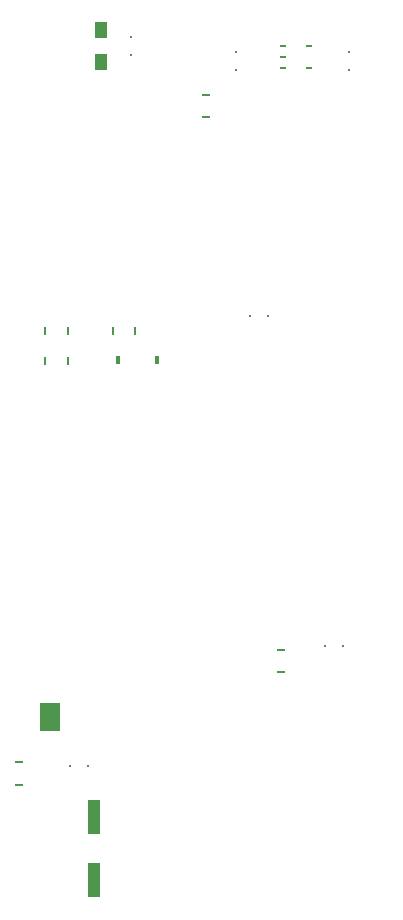
<source format=gbr>
G04 #@! TF.FileFunction,Paste,Top*
%FSLAX46Y46*%
G04 Gerber Fmt 4.6, Leading zero omitted, Abs format (unit mm)*
G04 Created by KiCad (PCBNEW 4.0.6) date Thursday, July 13, 2017 'PMt' 02:05:31 PM*
%MOMM*%
%LPD*%
G01*
G04 APERTURE LIST*
%ADD10C,0.100000*%
%ADD11R,1.692000X0.092000*%
%ADD12R,1.692000X2.392000*%
%ADD13R,0.242000X0.292000*%
%ADD14R,0.292000X0.242000*%
%ADD15R,1.092000X2.992000*%
%ADD16R,0.392000X0.692000*%
%ADD17R,0.192000X0.792000*%
%ADD18R,0.792000X0.192000*%
%ADD19R,0.992000X0.092000*%
%ADD20R,1.042000X0.092000*%
%ADD21R,0.552000X0.142000*%
%ADD22R,0.992000X1.442000*%
G04 APERTURE END LIST*
D10*
D11*
X156397000Y-108204000D03*
X151197000Y-108204000D03*
X156397000Y-109474000D03*
X151197000Y-109474000D03*
X156397000Y-110744000D03*
X151197000Y-110744000D03*
X156397000Y-112014000D03*
X151197000Y-112014000D03*
D12*
X153797000Y-110109000D03*
D13*
X160655000Y-52590000D03*
X160655000Y-54090000D03*
X169545000Y-55360000D03*
X169545000Y-53860000D03*
X179070000Y-53860000D03*
X179070000Y-55360000D03*
D14*
X156960000Y-114300000D03*
X155460000Y-114300000D03*
D15*
X157480000Y-118585000D03*
X157480000Y-123985000D03*
D16*
X159514000Y-79883000D03*
X162814000Y-79883000D03*
D17*
X160970000Y-77470000D03*
X159070000Y-77470000D03*
D18*
X167005000Y-57470000D03*
X167005000Y-59370000D03*
X151130000Y-113985000D03*
X151130000Y-115885000D03*
D19*
X177005000Y-106045000D03*
X177005000Y-107315000D03*
X177005000Y-108585000D03*
X177005000Y-109855000D03*
X177005000Y-111125000D03*
X177005000Y-112395000D03*
X177005000Y-113665000D03*
X177005000Y-114935000D03*
X182405000Y-114935000D03*
X182405000Y-113665000D03*
X182405000Y-112395000D03*
X182405000Y-111125000D03*
X182405000Y-109855000D03*
X182405000Y-108585000D03*
X182405000Y-107315000D03*
X182405000Y-106045000D03*
D20*
X173355000Y-81915000D03*
X173355000Y-80645000D03*
X173355000Y-79375000D03*
X173355000Y-78105000D03*
X167955000Y-78105000D03*
X167955000Y-79375000D03*
X167955000Y-80645000D03*
X167955000Y-81915000D03*
D21*
X173525000Y-53340000D03*
X173525000Y-54290000D03*
X173525000Y-55240000D03*
X175725000Y-55240000D03*
X175725000Y-53340000D03*
D14*
X177050000Y-104140000D03*
X178550000Y-104140000D03*
X170700000Y-76200000D03*
X172200000Y-76200000D03*
D22*
X158115000Y-51965000D03*
X158115000Y-54715000D03*
D18*
X173355000Y-106360000D03*
X173355000Y-104460000D03*
D17*
X153355000Y-80010000D03*
X155255000Y-80010000D03*
X153355000Y-77470000D03*
X155255000Y-77470000D03*
M02*

</source>
